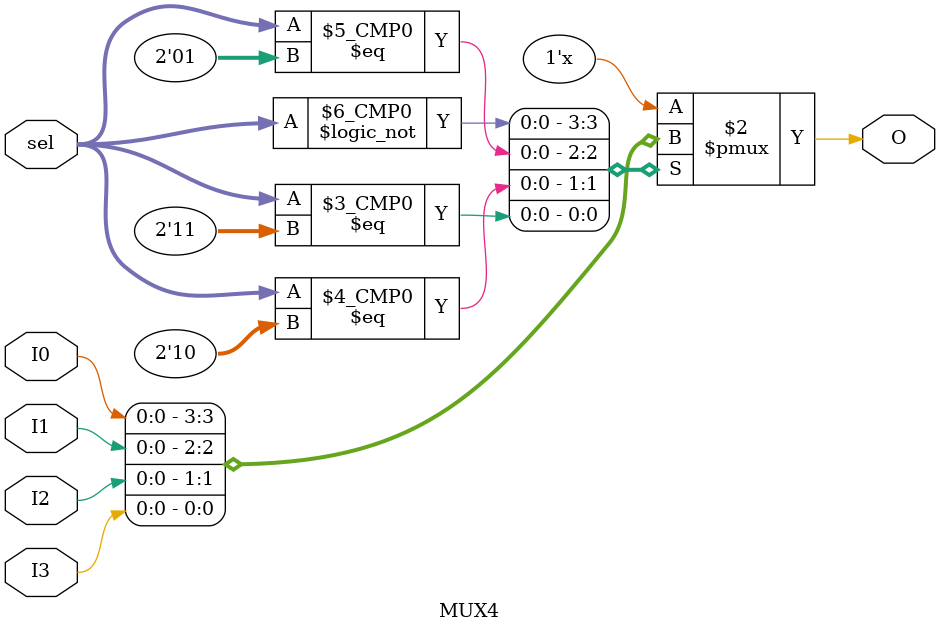
<source format=v>

module MUX4 (
  input  wire I0, I1, I2, I3,
  input  wire [1:0] sel,
  output reg O
);

  always @(*) begin
    case (sel)
      2'b00: O = I0;
      2'b01: O = I1;
      2'b10: O = I2;
      2'b11: O = I3;
    endcase
  end

endmodule

</source>
